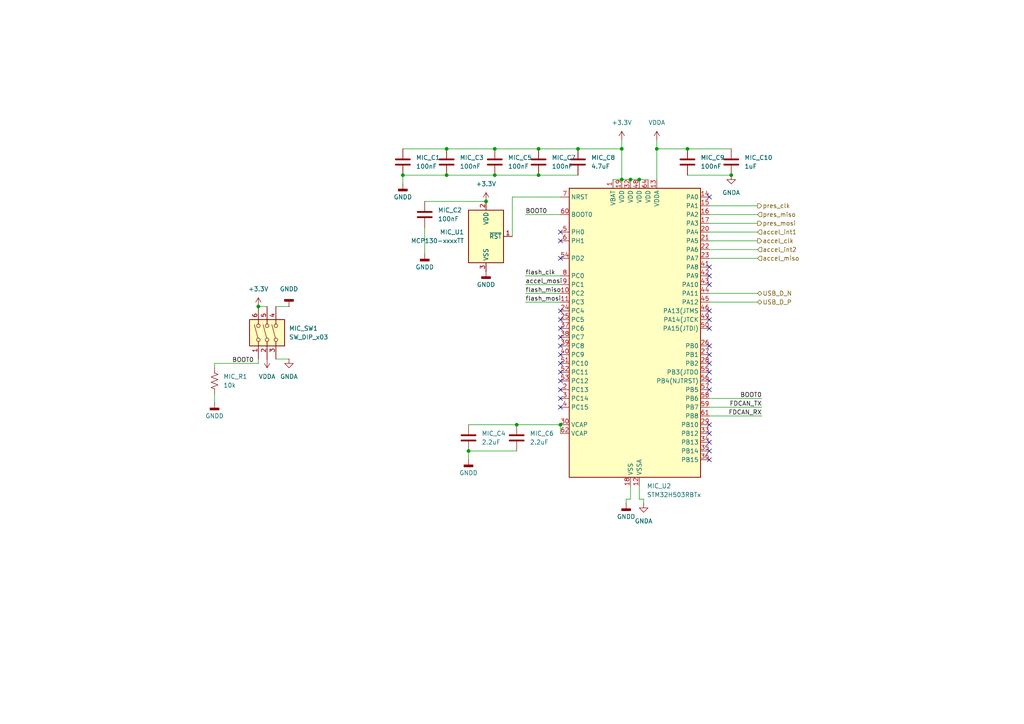
<source format=kicad_sch>
(kicad_sch (version 20231120) (generator "eeschema") (generator_version "8.0")
  (paper "A4")
  (lib_symbols
    (symbol "Device:C" (pin_numbers hide) (pin_names (offset 0.254))
      (property "Reference" "C" (at 0.635 2.54 0))
      (property "Value" "C" (at 0.635 -2.54 0))
      (symbol "C_0_1"
        (polyline (pts (xy -2.032 -0.762) (xy 2.032 -0.762)) (stroke (width 0.508)))
        (polyline (pts (xy -2.032 0.762) (xy 2.032 0.762)) (stroke (width 0.508)))
      )
      (symbol "C_1_1"
        (pin passive line (at 0 3.81 270) (length 2.794) (name "~") (number "1"))
        (pin passive line (at 0 -3.81 90) (length 2.794) (name "~") (number "2"))
      )
    )
    (symbol "Device:R_US" (pin_numbers hide) (pin_names (offset 0))
      (property "Reference" "R" (at 2.54 0 90))
      (property "Value" "R_US" (at -2.54 0 90))
      (symbol "R_US_0_1"
        (polyline (pts (xy 0 -2.286) (xy 0 -2.54)))
        (polyline (pts (xy 0 2.286) (xy 0 2.54)))
        (polyline (pts (xy 0 -0.762) (xy 1.016 -1.143) (xy 0 -1.524) (xy -1.016 -1.905) (xy 0 -2.286)))
        (polyline (pts (xy 0 0.762) (xy 1.016 0.381) (xy 0 0) (xy -1.016 -0.381) (xy 0 -0.762)))
        (polyline (pts (xy 0 2.286) (xy 1.016 1.905) (xy 0 1.524) (xy -1.016 1.143) (xy 0 0.762)))
      )
      (symbol "R_US_1_1"
        (pin passive line (at 0 3.81 270) (length 1.27) (name "~") (number "1"))
        (pin passive line (at 0 -3.81 90) (length 1.27) (name "~") (number "2"))
      )
    )
    (symbol "MCU_ST_STM32H5:STM32H503RBTx"
      (property "Reference" "U" (at -17.78 44.45 0))
      (property "Value" "STM32H503RBTx" (at 10.16 44.45 0))
      (symbol "STM32H503RBTx_0_1"
        (rectangle (start -17.78 -40.64) (end 20.32 43.18) (stroke (width 0.254)) (fill (type background)))
      )
      (symbol "STM32H503RBTx_1_1"
        (pin power_in line (at -5.08 45.72 270) (length 2.54) (name "VBAT") (number "1"))
        (pin bidirectional line (at -20.32 12.7 0) (length 2.54) (name "PC2") (number "10"))
        (pin bidirectional line (at -20.32 10.16 0) (length 2.54) (name "PC3") (number "11"))
        (pin power_in line (at 2.54 -43.18 90) (length 2.54) (name "VSSA") (number "12"))
        (pin power_in line (at 7.62 45.72 270) (length 2.54) (name "VDDA") (number "13"))
        (pin bidirectional line (at 22.86 40.64 180) (length 2.54) (name "PA0") (number "14"))
        (pin bidirectional line (at 22.86 38.1 180) (length 2.54) (name "PA1") (number "15"))
        (pin bidirectional line (at 22.86 35.56 180) (length 2.54) (name "PA2") (number "16"))
        (pin bidirectional line (at 22.86 33.02 180) (length 2.54) (name "PA3") (number "17"))
        (pin power_in line (at 0 -43.18 90) (length 2.54) (name "VSS") (number "18"))
        (pin power_in line (at -2.54 45.72 270) (length 2.54) (name "VDD") (number "19"))
        (pin bidirectional line (at -20.32 -15.24 0) (length 2.54) (name "PC13") (number "2"))
        (pin bidirectional line (at 22.86 30.48 180) (length 2.54) (name "PA4") (number "20"))
        (pin bidirectional line (at 22.86 27.94 180) (length 2.54) (name "PA5") (number "21"))
        (pin bidirectional line (at 22.86 25.4 180) (length 2.54) (name "PA6") (number "22"))
        (pin bidirectional line (at 22.86 22.86 180) (length 2.54) (name "PA7") (number "23"))
        (pin bidirectional line (at -20.32 7.62 0) (length 2.54) (name "PC4") (number "24"))
        (pin bidirectional line (at -20.32 5.08 0) (length 2.54) (name "PC5") (number "25"))
        (pin bidirectional line (at 22.86 -2.54 180) (length 2.54) (name "PB0") (number "26"))
        (pin bidirectional line (at 22.86 -5.08 180) (length 2.54) (name "PB1") (number "27"))
        (pin bidirectional line (at 22.86 -7.62 180) (length 2.54) (name "PB2") (number "28"))
        (pin bidirectional line (at 22.86 -25.4 180) (length 2.54) (name "PB10") (number "29"))
        (pin bidirectional line (at -20.32 -17.78 0) (length 2.54) (name "PC14") (number "3"))
        (pin power_out line (at -20.32 -25.4 0) (length 2.54) (name "VCAP") (number "30"))
        (pin passive line (at 0 -43.18 90) (length 2.54) hide (name "VSS") (number "31"))
        (pin power_in line (at 0 45.72 270) (length 2.54) (name "VDD") (number "32"))
        (pin bidirectional line (at 22.86 -27.94 180) (length 2.54) (name "PB12") (number "33"))
        (pin bidirectional line (at 22.86 -30.48 180) (length 2.54) (name "PB13") (number "34"))
        (pin bidirectional line (at 22.86 -33.02 180) (length 2.54) (name "PB14") (number "35"))
        (pin bidirectional line (at 22.86 -35.56 180) (length 2.54) (name "PB15") (number "36"))
        (pin bidirectional line (at -20.32 2.54 0) (length 2.54) (name "PC6") (number "37"))
        (pin bidirectional line (at -20.32 0 0) (length 2.54) (name "PC7") (number "38"))
        (pin bidirectional line (at -20.32 -2.54 0) (length 2.54) (name "PC8") (number "39"))
        (pin bidirectional line (at -20.32 -20.32 0) (length 2.54) (name "PC15") (number "4"))
        (pin bidirectional line (at -20.32 -5.08 0) (length 2.54) (name "PC9") (number "40"))
        (pin bidirectional line (at 22.86 20.32 180) (length 2.54) (name "PA8") (number "41"))
        (pin bidirectional line (at 22.86 17.78 180) (length 2.54) (name "PA9") (number "42"))
        (pin bidirectional line (at 22.86 15.24 180) (length 2.54) (name "PA10") (number "43"))
        (pin bidirectional line (at 22.86 12.7 180) (length 2.54) (name "PA11") (number "44"))
        (pin bidirectional line (at 22.86 10.16 180) (length 2.54) (name "PA12") (number "45"))
        (pin bidirectional line (at 22.86 7.62 180) (length 2.54) (name "PA13(JTMS") (number "46"))
        (pin passive line (at 0 -43.18 90) (length 2.54) hide (name "VSS") (number "47"))
        (pin power_in line (at 2.54 45.72 270) (length 2.54) (name "VDD") (number "48"))
        (pin bidirectional line (at 22.86 5.08 180) (length 2.54) (name "PA14(JTCK") (number "49"))
        (pin bidirectional line (at -20.32 30.48 0) (length 2.54) (name "PH0") (number "5"))
        (pin bidirectional line (at 22.86 2.54 180) (length 2.54) (name "PA15(JTDI)") (number "50"))
        (pin bidirectional line (at -20.32 -7.62 0) (length 2.54) (name "PC10") (number "51"))
        (pin bidirectional line (at -20.32 -10.16 0) (length 2.54) (name "PC11") (number "52"))
        (pin bidirectional line (at -20.32 -12.7 0) (length 2.54) (name "PC12") (number "53"))
        (pin bidirectional line (at -20.32 22.86 0) (length 2.54) (name "PD2") (number "54"))
        (pin bidirectional line (at 22.86 -10.16 180) (length 2.54) (name "PB3(JTDO") (number "55"))
        (pin bidirectional line (at 22.86 -12.7 180) (length 2.54) (name "PB4(NJTRST)") (number "56"))
        (pin bidirectional line (at 22.86 -15.24 180) (length 2.54) (name "PB5") (number "57"))
        (pin bidirectional line (at 22.86 -17.78 180) (length 2.54) (name "PB6") (number "58"))
        (pin bidirectional line (at 22.86 -20.32 180) (length 2.54) (name "PB7") (number "59"))
        (pin bidirectional line (at -20.32 27.94 0) (length 2.54) (name "PH1") (number "6"))
        (pin input line (at -20.32 35.56 0) (length 2.54) (name "BOOT0") (number "60"))
        (pin bidirectional line (at 22.86 -22.86 180) (length 2.54) (name "PB8") (number "61"))
        (pin power_out line (at -20.32 -27.94 0) (length 2.54) (name "VCAP") (number "62"))
        (pin passive line (at 0 -43.18 90) (length 2.54) hide (name "VSS") (number "63"))
        (pin power_in line (at 5.08 45.72 270) (length 2.54) (name "VDD") (number "64"))
        (pin input line (at -20.32 40.64 0) (length 2.54) (name "NRST") (number "7"))
        (pin bidirectional line (at -20.32 17.78 0) (length 2.54) (name "PC0") (number "8"))
        (pin bidirectional line (at -20.32 15.24 0) (length 2.54) (name "PC1") (number "9"))
      )
    )
    (symbol "Power_Supervisor:MCP130-xxxxTT"
      (property "Reference" "U" (at -5.08 8.89 0))
      (property "Value" "MCP130-xxxxTT" (at 8.89 8.89 0))
      (symbol "MCP130-xxxxTT_0_1"
        (rectangle (start 5.08 7.62) (end -5.08 -7.62) (stroke (width 0.254)) (fill (type background)))
      )
      (symbol "MCP130-xxxxTT_1_1"
        (pin open_collector line (at 7.62 0 180) (length 2.54) (name "~{RST}") (number "1"))
        (pin power_in line (at 0 10.16 270) (length 2.54) (name "VDD") (number "2"))
        (pin power_in line (at 0 -10.16 90) (length 2.54) (name "VSS") (number "3"))
      )
    )
    (symbol "Switch:SW_DIP_x03" (pin_names (offset 0) hide)
      (property "Reference" "SW" (at 0 6.35 0))
      (property "Value" "SW_DIP_x03" (at 0 -6.35 0))
      (symbol "SW_DIP_x03_0_0"
        (circle (center -2.032 -2.54) (radius 0.508))
        (circle (center -2.032 0) (radius 0.508))
        (circle (center -2.032 2.54) (radius 0.508))
        (polyline (pts (xy -1.524 -2.413) (xy 2.3622 -1.3716)))
        (polyline (pts (xy -1.524 0.127) (xy 2.3622 1.1684)))
        (polyline (pts (xy -1.524 2.667) (xy 2.3622 3.7084)))
        (circle (center 2.032 -2.54) (radius 0.508))
        (circle (center 2.032 0) (radius 0.508))
        (circle (center 2.032 2.54) (radius 0.508))
      )
      (symbol "SW_DIP_x03_0_1"
        (rectangle (start -3.81 5.08) (end 3.81 -5.08) (stroke (width 0.254)) (fill (type background)))
      )
      (symbol "SW_DIP_x03_1_1"
        (pin passive line (at -7.62 2.54 0) (length 5.08) (name "~") (number "1"))
        (pin passive line (at -7.62 0 0) (length 5.08) (name "~") (number "2"))
        (pin passive line (at -7.62 -2.54 0) (length 5.08) (name "~") (number "3"))
        (pin passive line (at 7.62 -2.54 180) (length 5.08) (name "~") (number "4"))
        (pin passive line (at 7.62 0 180) (length 5.08) (name "~") (number "5"))
        (pin passive line (at 7.62 2.54 180) (length 5.08) (name "~") (number "6"))
      )
    )
    (symbol "power:+3.3V" (power) (pin_numbers hide) (pin_names (offset 0) hide)
      (property "Value" "+3.3V" (at 0 3.556 0))
      (symbol "+3.3V_0_1"
        (polyline (pts (xy -0.762 1.27) (xy 0 2.54)))
        (polyline (pts (xy 0 0) (xy 0 2.54)))
        (polyline (pts (xy 0 2.54) (xy 0.762 1.27)))
      )
      (symbol "+3.3V_1_1"
        (pin power_in line (at 0 0 90) (length 0) (name "~") (number "1"))
      )
    )
    (symbol "power:GNDA" (power) (pin_numbers hide) (pin_names (offset 0) hide)
      (property "Value" "GNDA" (at 0 -3.81 0))
      (symbol "GNDA_0_1"
        (polyline (pts (xy 0 0) (xy 0 -1.27) (xy 1.27 -1.27) (xy 0 -2.54) (xy -1.27 -1.27) (xy 0 -1.27)))
      )
      (symbol "GNDA_1_1"
        (pin power_in line (at 0 0 270) (length 0) (name "~") (number "1"))
      )
    )
    (symbol "power:GNDD" (power) (pin_numbers hide) (pin_names (offset 0) hide)
      (property "Value" "GNDD" (at 0 -3.175 0))
      (symbol "GNDD_0_1"
        (rectangle (start -1.27 -1.524) (end 1.27 -2.032) (stroke (width 0.254)) (fill (type outline)))
        (polyline (pts (xy 0 0) (xy 0 -1.524)))
      )
      (symbol "GNDD_1_1"
        (pin power_in line (at 0 0 270) (length 0) (name "~") (number "1"))
      )
    )
    (symbol "power:VDDA" (power) (pin_numbers hide) (pin_names (offset 0) hide)
      (property "Value" "VDDA" (at 0 3.556 0))
      (symbol "VDDA_0_1"
        (polyline (pts (xy -0.762 1.27) (xy 0 2.54)))
        (polyline (pts (xy 0 0) (xy 0 2.54)))
        (polyline (pts (xy 0 2.54) (xy 0.762 1.27)))
      )
      (symbol "VDDA_1_1"
        (pin power_in line (at 0 0 90) (length 0) (name "~") (number "1"))
      )
    )
  )
  (junction (at 140.97 58.42))
  (junction (at 212.09 50.8))
  (junction (at 180.34 43.18))
  (junction (at 182.88 52.07))
  (junction (at 135.89 130.81))
  (junction (at 129.54 43.18))
  (junction (at 129.54 50.8))
  (junction (at 143.51 50.8))
  (junction (at 149.86 123.19))
  (junction (at 180.34 52.07))
  (junction (at 156.21 43.18))
  (junction (at 74.93 88.9))
  (junction (at 156.21 50.8))
  (junction (at 185.42 52.07))
  (junction (at 116.84 50.8))
  (junction (at 162.56 123.19))
  (junction (at 167.64 43.18))
  (junction (at 143.51 43.18))
  (junction (at 190.5 43.18))
  (junction (at 199.39 43.18))
  (no_connect (at 205.74 95.25))
  (no_connect (at 205.74 113.03))
  (no_connect (at 162.56 90.17))
  (no_connect (at 205.74 125.73))
  (no_connect (at 162.56 67.31))
  (no_connect (at 162.56 107.95))
  (no_connect (at 162.56 118.11))
  (no_connect (at 205.74 80.01))
  (no_connect (at 162.56 74.93))
  (no_connect (at 205.74 57.15))
  (no_connect (at 205.74 90.17))
  (no_connect (at 205.74 130.81))
  (no_connect (at 205.74 110.49))
  (no_connect (at 205.74 123.19))
  (no_connect (at 205.74 133.35))
  (no_connect (at 162.56 92.71))
  (no_connect (at 162.56 102.87))
  (no_connect (at 162.56 95.25))
  (no_connect (at 162.56 97.79))
  (no_connect (at 205.74 102.87))
  (no_connect (at 162.56 100.33))
  (no_connect (at 205.74 82.55))
  (no_connect (at 205.74 92.71))
  (no_connect (at 162.56 115.57))
  (no_connect (at 162.56 69.85))
  (no_connect (at 162.56 110.49))
  (no_connect (at 205.74 105.41))
  (no_connect (at 205.74 77.47))
  (no_connect (at 162.56 105.41))
  (no_connect (at 162.56 113.03))
  (no_connect (at 205.74 128.27))
  (no_connect (at 205.74 107.95))
  (no_connect (at 205.74 100.33))
  (wire (pts (xy 149.86 123.19) (xy 162.56 123.19)))
  (wire (pts (xy 152.4 82.55) (xy 162.56 82.55)))
  (wire (pts (xy 148.59 57.15) (xy 162.56 57.15)))
  (wire (pts (xy 148.59 68.58) (xy 148.59 57.15)))
  (wire (pts (xy 199.39 50.8) (xy 212.09 50.8)))
  (wire (pts (xy 116.84 53.34) (xy 116.84 50.8)))
  (wire (pts (xy 152.4 85.09) (xy 162.56 85.09)))
  (wire (pts (xy 167.64 43.18) (xy 180.34 43.18)))
  (wire (pts (xy 143.51 43.18) (xy 156.21 43.18)))
  (wire (pts (xy 156.21 50.8) (xy 167.64 50.8)))
  (wire (pts (xy 181.61 144.78) (xy 182.88 144.78)))
  (wire (pts (xy 180.34 40.64) (xy 180.34 43.18)))
  (wire (pts (xy 220.98 120.65) (xy 205.74 120.65)))
  (wire (pts (xy 123.19 58.42) (xy 140.97 58.42)))
  (wire (pts (xy 135.89 123.19) (xy 149.86 123.19)))
  (wire (pts (xy 162.56 123.19) (xy 162.56 125.73)))
  (wire (pts (xy 186.69 146.05) (xy 186.69 144.78)))
  (wire (pts (xy 185.42 144.78) (xy 185.42 140.97)))
  (wire (pts (xy 62.23 105.41) (xy 74.93 105.41)))
  (wire (pts (xy 205.74 115.57) (xy 220.98 115.57)))
  (wire (pts (xy 219.71 85.09) (xy 205.74 85.09)))
  (wire (pts (xy 135.89 133.35) (xy 135.89 130.81)))
  (wire (pts (xy 152.4 87.63) (xy 162.56 87.63)))
  (wire (pts (xy 205.74 72.39) (xy 219.71 72.39)))
  (wire (pts (xy 80.01 104.14) (xy 83.82 104.14)))
  (wire (pts (xy 180.34 43.18) (xy 180.34 52.07)))
  (wire (pts (xy 83.82 88.9) (xy 80.01 88.9)))
  (wire (pts (xy 205.74 69.85) (xy 219.71 69.85)))
  (wire (pts (xy 135.89 130.81) (xy 149.86 130.81)))
  (wire (pts (xy 205.74 59.69) (xy 219.71 59.69)))
  (wire (pts (xy 62.23 116.84) (xy 62.23 114.3)))
  (wire (pts (xy 220.98 118.11) (xy 205.74 118.11)))
  (wire (pts (xy 219.71 87.63) (xy 205.74 87.63)))
  (wire (pts (xy 116.84 50.8) (xy 129.54 50.8)))
  (wire (pts (xy 74.93 88.9) (xy 77.47 88.9)))
  (wire (pts (xy 190.5 43.18) (xy 199.39 43.18)))
  (wire (pts (xy 199.39 43.18) (xy 212.09 43.18)))
  (wire (pts (xy 177.8 52.07) (xy 180.34 52.07)))
  (wire (pts (xy 182.88 52.07) (xy 185.42 52.07)))
  (wire (pts (xy 205.74 67.31) (xy 219.71 67.31)))
  (wire (pts (xy 74.93 104.14) (xy 74.93 105.41)))
  (wire (pts (xy 182.88 144.78) (xy 182.88 140.97)))
  (wire (pts (xy 156.21 43.18) (xy 167.64 43.18)))
  (wire (pts (xy 123.19 73.66) (xy 123.19 66.04)))
  (wire (pts (xy 181.61 146.05) (xy 181.61 144.78)))
  (wire (pts (xy 190.5 43.18) (xy 190.5 52.07)))
  (wire (pts (xy 62.23 105.41) (xy 62.23 106.68)))
  (wire (pts (xy 205.74 64.77) (xy 219.71 64.77)))
  (wire (pts (xy 180.34 52.07) (xy 182.88 52.07)))
  (wire (pts (xy 186.69 144.78) (xy 185.42 144.78)))
  (wire (pts (xy 152.4 80.01) (xy 162.56 80.01)))
  (wire (pts (xy 205.74 62.23) (xy 219.71 62.23)))
  (wire (pts (xy 190.5 40.64) (xy 190.5 43.18)))
  (wire (pts (xy 205.74 74.93) (xy 219.71 74.93)))
  (wire (pts (xy 116.84 43.18) (xy 129.54 43.18)))
  (wire (pts (xy 129.54 43.18) (xy 143.51 43.18)))
  (wire (pts (xy 152.4 62.23) (xy 162.56 62.23)))
  (wire (pts (xy 129.54 50.8) (xy 143.51 50.8)))
  (wire (pts (xy 185.42 52.07) (xy 187.96 52.07)))
  (wire (pts (xy 143.51 50.8) (xy 156.21 50.8)))
  (label "BOOT0" (at 152.4 62.23 0))
  (label "flash_mosi" (at 152.4 87.63 0))
  (label "BOOT0" (at 220.98 115.57 180))
  (label "FDCAN_RX" (at 220.98 120.65 180))
  (label "BOOT0" (at 67.31 105.41 0))
  (label "FDCAN_TX" (at 220.98 118.11 180))
  (label "flash_miso" (at 152.4 85.09 0))
  (label "flash_clk" (at 152.4 80.01 0))
  (label "accel_mosi" (at 152.4 82.55 0))
  (hierarchical_label "pres_clk" (shape output) (at 219.71 59.69 0))
  (hierarchical_label "accel_clk" (shape output) (at 219.71 69.85 0))
  (hierarchical_label "pres_miso" (shape input) (at 219.71 62.23 0))
  (hierarchical_label "pres_mosi" (shape output) (at 219.71 64.77 0))
  (hierarchical_label "accel_int2" (shape input) (at 219.71 72.39 0))
  (hierarchical_label "accel_int1" (shape input) (at 219.71 67.31 0))
  (hierarchical_label "USB_D_N" (shape bidirectional) (at 219.71 85.09 0))
  (hierarchical_label "USB_D_P" (shape bidirectional) (at 219.71 87.63 0))
  (hierarchical_label "accel_miso" (shape input) (at 219.71 74.93 0))
  (symbol (lib_id "power:GNDD") (at 140.97 78.74 0) (unit 1)
    (property "Reference" "#PWR020" (effects (hide yes)))
    (property "Value" "GNDD" (at 140.97 82.55 0))
    (property "Description" "Power symbol creates a global label with name \"GNDD\" , digital ground" (effects (hide yes)))
  )
  (symbol (lib_id "power:GNDD") (at 181.61 146.05 0) (unit 1)
    (property "Reference" "#PWR022" (effects (hide yes)))
    (property "Value" "GNDD" (at 181.61 149.86 0))
    (property "Description" "Power symbol creates a global label with name \"GNDD\" , digital ground" (effects (hide yes)))
  )
  (symbol (lib_id "power:GNDA") (at 212.09 50.8 0) (unit 1)
    (property "Reference" "#PWR025" (effects (hide yes)))
    (property "Value" "GNDA" (at 212.09 55.88 0))
    (property "Description" "Power symbol creates a global label with name \"GNDA\" , analog ground" (effects (hide yes)))
  )
  (symbol (lib_id "Device:C") (at 135.89 127 0) (unit 1)
    (property "Reference" "MIC_C4" (at 139.7 125.7299 0) (effects (justify left)))
    (property "Value" "2.2uF" (at 139.7 128.2699 0) (effects (justify left)))
    (property "Footprint" "Capacitor_SMD:C_0603_1608Metric_Pad1.08x0.95mm_HandSolder" (effects (hide yes)))
    (property "Description" "Unpolarized capacitor" (effects (hide yes)))
  )
  (symbol (lib_id "Device:C") (at 123.19 62.23 0) (unit 1)
    (property "Reference" "MIC_C2" (at 127 60.9599 0) (effects (justify left)))
    (property "Value" "100nF" (at 127 63.4999 0) (effects (justify left)))
    (property "Footprint" "Capacitor_SMD:C_0603_1608Metric_Pad1.08x0.95mm_HandSolder" (effects (hide yes)))
    (property "Description" "Unpolarized capacitor" (effects (hide yes)))
  )
  (symbol (lib_id "Device:C") (at 212.09 46.99 0) (unit 1)
    (property "Reference" "MIC_C10" (at 215.9 45.7199 0) (effects (justify left)))
    (property "Value" "1uF" (at 215.9 48.2599 0) (effects (justify left)))
    (property "Footprint" "Capacitor_SMD:C_0603_1608Metric_Pad1.08x0.95mm_HandSolder" (effects (hide yes)))
    (property "Description" "Unpolarized capacitor" (effects (hide yes)))
  )
  (symbol (lib_id "Device:C") (at 156.21 46.99 0) (unit 1)
    (property "Reference" "MIC_C7" (at 160.02 45.7199 0) (effects (justify left)))
    (property "Value" "100nF" (at 160.02 48.2599 0) (effects (justify left)))
    (property "Footprint" "Capacitor_SMD:C_0603_1608Metric_Pad1.08x0.95mm_HandSolder" (effects (hide yes)))
    (property "Description" "Unpolarized capacitor" (effects (hide yes)))
  )
  (symbol (lib_id "Device:C") (at 199.39 46.99 0) (unit 1)
    (property "Reference" "MIC_C9" (at 203.2 45.7199 0) (effects (justify left)))
    (property "Value" "100nF" (at 203.2 48.2599 0) (effects (justify left)))
    (property "Footprint" "Capacitor_SMD:C_0603_1608Metric_Pad1.08x0.95mm_HandSolder" (effects (hide yes)))
    (property "Description" "Unpolarized capacitor" (effects (hide yes)))
  )
  (symbol (lib_id "power:GNDA") (at 186.69 146.05 0) (unit 1)
    (property "Reference" "#PWR023" (effects (hide yes)))
    (property "Value" "GNDA" (at 186.69 151.13 0))
    (property "Description" "Power symbol creates a global label with name \"GNDA\" , analog ground" (effects (hide yes)))
  )
  (symbol (lib_id "Device:C") (at 149.86 127 0) (unit 1)
    (property "Reference" "MIC_C6" (at 153.67 125.7299 0) (effects (justify left)))
    (property "Value" "2.2uF" (at 153.67 128.2699 0) (effects (justify left)))
    (property "Footprint" "Capacitor_SMD:C_0603_1608Metric_Pad1.08x0.95mm_HandSolder" (effects (hide yes)))
    (property "Description" "Unpolarized capacitor" (effects (hide yes)))
  )
  (symbol (lib_id "Device:C") (at 129.54 46.99 0) (unit 1)
    (property "Reference" "MIC_C3" (at 133.35 45.7199 0) (effects (justify left)))
    (property "Value" "100nF" (at 133.35 48.2599 0) (effects (justify left)))
    (property "Footprint" "Capacitor_SMD:C_0603_1608Metric_Pad1.08x0.95mm_HandSolder" (effects (hide yes)))
    (property "Description" "Unpolarized capacitor" (effects (hide yes)))
  )
  (symbol (lib_id "power:GNDD") (at 116.84 53.34 0) (unit 1)
    (property "Reference" "#PWR016" (effects (hide yes)))
    (property "Value" "GNDD" (at 116.84 57.15 0))
    (property "Description" "Power symbol creates a global label with name \"GNDD\" , digital ground" (effects (hide yes)))
  )
  (symbol (lib_id "power:GNDD") (at 123.19 73.66 0) (unit 1)
    (property "Reference" "#PWR017" (effects (hide yes)))
    (property "Value" "GNDD" (at 123.19 77.47 0))
    (property "Description" "Power symbol creates a global label with name \"GNDD\" , digital ground" (effects (hide yes)))
  )
  (symbol (lib_id "power:+3.3V") (at 74.93 88.9 0) (mirror y) (unit 1)
    (property "Reference" "#PWR012" (effects (hide yes)))
    (property "Value" "+3.3V" (at 74.93 83.82 0))
    (property "Description" "Power symbol creates a global label with name \"+3.3V\"" (effects (hide yes)))
  )
  (symbol (lib_id "Device:C") (at 167.64 46.99 0) (unit 1)
    (property "Reference" "MIC_C8" (at 171.45 45.7199 0) (effects (justify left)))
    (property "Value" "4.7uF" (at 171.45 48.2599 0) (effects (justify left)))
    (property "Footprint" "Capacitor_SMD:C_0603_1608Metric_Pad1.08x0.95mm_HandSolder" (effects (hide yes)))
    (property "Description" "Unpolarized capacitor" (effects (hide yes)))
  )
  (symbol (lib_id "power:GNDA") (at 83.82 104.14 0) (unit 1)
    (property "Reference" "#PWR015" (effects (hide yes)))
    (property "Value" "GNDA" (at 83.82 109.22 0))
    (property "Description" "Power symbol creates a global label with name \"GNDA\" , analog ground" (effects (hide yes)))
  )
  (symbol (lib_id "Switch:SW_DIP_x03") (at 77.47 96.52 90) (unit 1)
    (property "Reference" "MIC_SW1" (at 83.82 95.2499 90) (effects (justify right)))
    (property "Value" "SW_DIP_x03" (at 83.82 97.7899 90) (effects (justify right)))
    (property "Footprint" "Button_Switch_THT:SW_DIP_SPSTx03_Slide_9.78x9.8mm_W7.62mm_P2.54mm" (effects (hide yes)))
    (property "Description" "3x DIP Switch, Single Pole Single Throw (SPST) switch, small symbol" (effects (hide yes)))
  )
  (symbol (lib_id "power:+3.3V") (at 180.34 40.64 0) (unit 1)
    (property "Reference" "#PWR021" (effects (hide yes)))
    (property "Value" "+3.3V" (at 180.34 35.56 0))
    (property "Description" "Power symbol creates a global label with name \"+3.3V\"" (effects (hide yes)))
  )
  (symbol (lib_id "power:+3.3V") (at 140.97 58.42 0) (unit 1)
    (property "Reference" "#PWR019" (effects (hide yes)))
    (property "Value" "+3.3V" (at 140.97 53.34 0))
    (property "Description" "Power symbol creates a global label with name \"+3.3V\"" (effects (hide yes)))
  )
  (symbol (lib_id "power:GNDD") (at 83.82 88.9 180) (unit 1)
    (property "Reference" "#PWR014" (effects (hide yes)))
    (property "Value" "GNDD" (at 83.82 83.82 0))
    (property "Description" "Power symbol creates a global label with name \"GNDD\" , digital ground" (effects (hide yes)))
  )
  (symbol (lib_id "power:VDDA") (at 190.5 40.64 0) (unit 1)
    (property "Reference" "#PWR024" (effects (hide yes)))
    (property "Value" "VDDA" (at 190.5 35.56 0))
    (property "Description" "Power symbol creates a global label with name \"VDDA\"" (effects (hide yes)))
  )
  (symbol (lib_id "Device:R_US") (at 62.23 110.49 0) (unit 1)
    (property "Reference" "MIC_R1" (at 64.77 109.2199 0) (effects (justify left)))
    (property "Value" "10k" (at 64.77 111.7599 0) (effects (justify left)))
    (property "Footprint" "Resistor_SMD:R_0603_1608Metric_Pad0.98x0.95mm_HandSolder" (effects (hide yes)))
    (property "Description" "Resistor, US symbol" (effects (hide yes)))
  )
  (symbol (lib_id "MCU_ST_STM32H5:STM32H503RBTx") (at 182.88 97.79 0) (unit 1)
    (property "Reference" "MIC_U2" (at 187.6141 140.97 0) (effects (justify left)))
    (property "Value" "STM32H503RBTx" (at 187.6141 143.51 0) (effects (justify left)))
    (property "Footprint" "Package_QFP:LQFP-64_10x10mm_P0.5mm" (effects (hide yes)))
    (property "Datasheet" "https://www.st.com/resource/en/datasheet/stm32h503rb.pdf" (effects (hide yes)))
    (property "Description" "STMicroelectronics Arm Cortex-M33 MCU, 128KB flash, 32KB RAM, 250 MHz, 49 GPIO, LQFP64" (effects (hide yes)))
  )
  (symbol (lib_id "power:VDDA") (at 77.47 104.14 180) (unit 1)
    (property "Reference" "#PWR013" (effects (hide yes)))
    (property "Value" "VDDA" (at 77.47 109.22 0))
    (property "Description" "Power symbol creates a global label with name \"VDDA\"" (effects (hide yes)))
  )
  (symbol (lib_id "Device:C") (at 116.84 46.99 0) (unit 1)
    (property "Reference" "MIC_C1" (at 120.65 45.7199 0) (effects (justify left)))
    (property "Value" "100nF" (at 120.65 48.2599 0) (effects (justify left)))
    (property "Footprint" "Capacitor_SMD:C_0603_1608Metric_Pad1.08x0.95mm_HandSolder" (effects (hide yes)))
    (property "Description" "Unpolarized capacitor" (effects (hide yes)))
  )
  (symbol (lib_id "Power_Supervisor:MCP130-xxxxTT") (at 140.97 68.58 0) (unit 1)
    (property "Reference" "MIC_U1" (at 134.62 67.3099 0) (effects (justify right)))
    (property "Value" "MCP130-xxxxTT" (at 134.62 69.8499 0) (effects (justify right)))
    (property "Footprint" "Package_TO_SOT_SMD:SOT-23" (effects (hide yes)))
    (property "Datasheet" "http://ww1.microchip.com/downloads/en/DeviceDoc/11184d.pdf" (effects (hide yes)))
    (property "Description" "Microcontroller supervisory circuit with internal 5 kΩ pull-up, SOT-23" (effects (hide yes)))
  )
  (symbol (lib_id "power:GNDD") (at 62.23 116.84 0) (unit 1)
    (property "Reference" "#PWR011" (effects (hide yes)))
    (property "Value" "GNDD" (at 62.23 120.65 0))
    (property "Description" "Power symbol creates a global label with name \"GNDD\" , digital ground" (effects (hide yes)))
  )
  (symbol (lib_id "power:GNDD") (at 135.89 133.35 0) (unit 1)
    (property "Reference" "#PWR018" (effects (hide yes)))
    (property "Value" "GNDD" (at 135.89 137.16 0))
    (property "Description" "Power symbol creates a global label with name \"GNDD\" , digital ground" (effects (hide yes)))
  )
  (symbol (lib_id "Device:C") (at 143.51 46.99 0) (unit 1)
    (property "Reference" "MIC_C5" (at 147.32 45.7199 0) (effects (justify left)))
    (property "Value" "100nF" (at 147.32 48.2599 0) (effects (justify left)))
    (property "Footprint" "Capacitor_SMD:C_0603_1608Metric_Pad1.08x0.95mm_HandSolder" (effects (hide yes)))
    (property "Description" "Unpolarized capacitor" (effects (hide yes)))
  )
)
</source>
